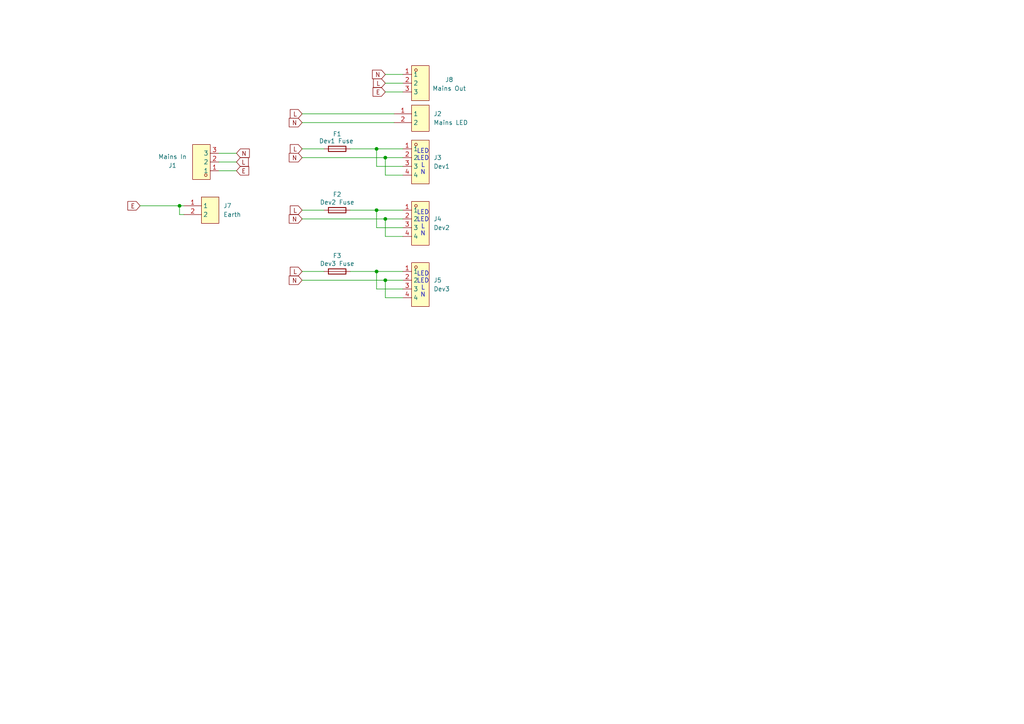
<source format=kicad_sch>
(kicad_sch (version 20250114) (generator "eeschema") (generator_version "9.0")
  (paper "A4")
  (lib_symbols
    (symbol "Device:Fuse" (pin_numbers (hide yes)) (pin_names (offset 0))
      (property "Reference" "F" (at 2.032 0 90))
      (property "Value" "Fuse" (at -1.905 0 90))
      (symbol "Fuse_0_1"
        (rectangle (start -0.762 -2.54) (end 0.762 2.54) (stroke (width 0.254)))
        (polyline (pts (xy 0 2.54) (xy 0 -2.54)))
      )
      (symbol "Fuse_1_1"
        (pin passive line (at 0 3.81 270) (length 1.27) (name "~") (number "1"))
        (pin passive line (at 0 -3.81 90) (length 1.27) (name "~") (number "2"))
      )
    )
    (symbol "parts:DB128L-5.08-4P-GN-S"
      (property "Reference" "CN" (at 0 8.89 0))
      (property "Value" "DB128L-5.08-4P-GN-S" (at 0 -8.89 0))
      (symbol "DB128L-5.08-4P-GN-S_0_1"
        (rectangle (start -2.54 6.35) (end 2.54 -6.35) (fill (type background)))
        (circle (center -1.27 5.08) (radius 0.38))
        (pin unspecified line (at -5.08 3.81 0) (length 2.54) (name "1") (number "1"))
        (pin unspecified line (at -5.08 1.27 0) (length 2.54) (name "2") (number "2"))
        (pin unspecified line (at -5.08 -1.27 0) (length 2.54) (name "3") (number "3"))
        (pin unspecified line (at -5.08 -3.81 0) (length 2.54) (name "4") (number "4"))
      )
    )
    (symbol "parts:KF635-6.35-3P"
      (property "Reference" "U" (at 0 7.62 0))
      (property "Value" "KF635-6.35-3P" (at 0 -7.62 0))
      (symbol "KF635-6.35-3P_0_1"
        (rectangle (start -2.54 5.08) (end 2.54 -5.08) (fill (type background)))
        (circle (center -1.27 3.81) (radius 0.38))
        (pin unspecified line (at -5.08 2.54 0) (length 2.54) (name "1") (number "1"))
        (pin unspecified line (at -5.08 0 0) (length 2.54) (name "2") (number "2"))
        (pin unspecified line (at -5.08 -2.54 0) (length 2.54) (name "3") (number "3"))
      )
    )
    (symbol "parts:WJ500V-5.08-2P-14-00A"
      (property "Reference" "P" (at 0 0 0))
      (property "Value" "WJ500V-5.08-2P-14-00A" (at 0 -10.16 0))
      (symbol "WJ500V-5.08-2P-14-00A_0_1"
        (rectangle (start -3.81 5.08) (end 3.81 0) (fill (type background)))
        (pin unspecified line (at -1.27 -5.08 90) (length 5.08) (name "1") (number "1"))
        (pin unspecified line (at 1.27 -5.08 90) (length 5.08) (name "2") (number "2"))
      )
    )
  )
  (text "LED\nLED\nL\nN" (at 122.682 82.55 0) (effects (font (size 1.27 1.27))))
  (text "LED\nLED\nL\nN" (at 122.682 46.99 0) (effects (font (size 1.27 1.27))))
  (text "LED\nLED\nL\nN" (at 122.682 64.77 0) (effects (font (size 1.27 1.27))))
  (junction (at 109.22 43.18))
  (junction (at 109.22 60.96))
  (junction (at 52.07 59.69))
  (junction (at 109.22 78.74))
  (junction (at 111.76 45.72))
  (junction (at 111.76 81.28))
  (junction (at 111.76 63.5))
  (wire (pts (xy 52.07 59.69) (xy 52.07 62.23)))
  (wire (pts (xy 52.07 59.69) (xy 53.34 59.69)))
  (wire (pts (xy 87.63 33.02) (xy 114.3 33.02)))
  (wire (pts (xy 109.22 66.04) (xy 116.84 66.04)))
  (wire (pts (xy 63.5 46.99) (xy 68.58 46.99)))
  (wire (pts (xy 116.84 26.67) (xy 111.76 26.67)))
  (wire (pts (xy 109.22 43.18) (xy 109.22 48.26)))
  (wire (pts (xy 40.64 59.69) (xy 52.07 59.69)))
  (wire (pts (xy 87.63 78.74) (xy 93.98 78.74)))
  (wire (pts (xy 111.76 68.58) (xy 116.84 68.58)))
  (wire (pts (xy 109.22 78.74) (xy 109.22 83.82)))
  (wire (pts (xy 87.63 43.18) (xy 93.98 43.18)))
  (wire (pts (xy 111.76 63.5) (xy 111.76 68.58)))
  (wire (pts (xy 63.5 44.45) (xy 68.58 44.45)))
  (wire (pts (xy 109.22 60.96) (xy 109.22 66.04)))
  (wire (pts (xy 111.76 81.28) (xy 116.84 81.28)))
  (wire (pts (xy 87.63 35.56) (xy 114.3 35.56)))
  (wire (pts (xy 111.76 45.72) (xy 111.76 50.8)))
  (wire (pts (xy 87.63 63.5) (xy 111.76 63.5)))
  (wire (pts (xy 111.76 50.8) (xy 116.84 50.8)))
  (wire (pts (xy 116.84 24.13) (xy 111.76 24.13)))
  (wire (pts (xy 109.22 48.26) (xy 116.84 48.26)))
  (wire (pts (xy 87.63 60.96) (xy 93.98 60.96)))
  (wire (pts (xy 87.63 45.72) (xy 111.76 45.72)))
  (wire (pts (xy 109.22 78.74) (xy 116.84 78.74)))
  (wire (pts (xy 111.76 81.28) (xy 111.76 86.36)))
  (wire (pts (xy 101.6 60.96) (xy 109.22 60.96)))
  (wire (pts (xy 111.76 63.5) (xy 116.84 63.5)))
  (wire (pts (xy 109.22 43.18) (xy 116.84 43.18)))
  (wire (pts (xy 116.84 21.59) (xy 111.76 21.59)))
  (wire (pts (xy 101.6 78.74) (xy 109.22 78.74)))
  (wire (pts (xy 101.6 43.18) (xy 109.22 43.18)))
  (wire (pts (xy 109.22 60.96) (xy 116.84 60.96)))
  (wire (pts (xy 111.76 45.72) (xy 116.84 45.72)))
  (wire (pts (xy 111.76 86.36) (xy 116.84 86.36)))
  (wire (pts (xy 63.5 49.53) (xy 68.58 49.53)))
  (wire (pts (xy 52.07 62.23) (xy 53.34 62.23)))
  (wire (pts (xy 87.63 81.28) (xy 111.76 81.28)))
  (wire (pts (xy 109.22 83.82) (xy 116.84 83.82)))
  (global_label "L" (shape input) (at 68.58 46.99 0) (property "Intersheetrefs" "${INTERSHEET_REFS}" (effects (hide yes))))
  (global_label "E" (shape input) (at 68.58 49.53 0) (property "Intersheetrefs" "${INTERSHEET_REFS}" (effects (hide yes))))
  (global_label "L" (shape input) (at 87.63 43.18 180) (property "Intersheetrefs" "${INTERSHEET_REFS}" (effects (hide yes))))
  (global_label "L" (shape input) (at 87.63 60.96 180) (property "Intersheetrefs" "${INTERSHEET_REFS}" (effects (hide yes))))
  (global_label "N" (shape input) (at 87.63 45.72 180) (property "Intersheetrefs" "${INTERSHEET_REFS}" (effects (hide yes))))
  (global_label "L" (shape input) (at 87.63 33.02 180) (property "Intersheetrefs" "${INTERSHEET_REFS}" (effects (hide yes))))
  (global_label "E" (shape input) (at 111.76 26.67 180) (property "Intersheetrefs" "${INTERSHEET_REFS}" (effects (hide yes))))
  (global_label "L" (shape input) (at 111.76 24.13 180) (property "Intersheetrefs" "${INTERSHEET_REFS}" (effects (hide yes))))
  (global_label "N" (shape input) (at 87.63 81.28 180) (property "Intersheetrefs" "${INTERSHEET_REFS}" (effects (hide yes))))
  (global_label "N" (shape input) (at 87.63 35.56 180) (property "Intersheetrefs" "${INTERSHEET_REFS}" (effects (hide yes))))
  (global_label "E" (shape input) (at 40.64 59.69 180) (property "Intersheetrefs" "${INTERSHEET_REFS}" (effects (hide yes))))
  (global_label "L" (shape input) (at 87.63 78.74 180) (property "Intersheetrefs" "${INTERSHEET_REFS}" (effects (hide yes))))
  (global_label "N" (shape input) (at 111.76 21.59 180) (property "Intersheetrefs" "${INTERSHEET_REFS}" (effects (hide yes))))
  (global_label "N" (shape input) (at 68.58 44.45 0) (property "Intersheetrefs" "${INTERSHEET_REFS}" (effects (hide yes))))
  (global_label "N" (shape input) (at 87.63 63.5 180) (property "Intersheetrefs" "${INTERSHEET_REFS}" (effects (hide yes))))
  (symbol (lib_id "parts:WJ500V-5.08-2P-14-00A") (at 58.42 60.96 270) (unit 1)
    (property "Reference" "J7" (at 64.77 59.6899 90) (effects (justify left)))
    (property "Value" "Earth" (at 64.77 62.2299 90) (effects (justify left)))
    (property "Footprint" "parts:CONN-TH_2P-P5.00_WJ500V-5.08-2P" (effects (hide yes)))
    (property "Datasheet" "https://lcsc.com/product-detail/Terminal-Blocks_WJ500V-5-08-2P_C8465.html" (effects (hide yes)))
    (property "LCSC Part" "C8465" (effects (hide yes)))
  )
  (symbol (lib_id "parts:KF635-6.35-3P") (at 121.92 24.13 0) (unit 1)
    (property "Reference" "J8" (at 130.302 23.114 0))
    (property "Value" "Mains Out" (at 130.302 25.654 0))
    (property "Footprint" "parts:CONN-TH_3P-P6.35_KF635-6.35-3P" (effects (hide yes)))
    (property "Datasheet" "https://lcsc.com/product-detail/New-Quadratic-Unclassified-Data_Cixi-Kefa-Elec-KF635-6-35-3P_C475103.html" (effects (hide yes)))
    (property "LCSC Part" "C475103" (effects (hide yes)))
  )
  (symbol (lib_id "Device:Fuse") (at 97.79 60.96 90) (unit 1)
    (property "Reference" "F2" (at 97.79 56.388 90))
    (property "Value" "Dev2 Fuse" (at 97.79 58.674 90))
    (property "Footprint" "parts:FUSE-TH_L24.8-W9.8-P22.60" (effects (hide yes)))
    (property "Description" "Fuse" (effects (hide yes)))
  )
  (symbol (lib_id "parts:DB128L-5.08-4P-GN-S") (at 121.92 64.77 0) (unit 1)
    (property "Reference" "J4" (at 125.73 63.4999 0) (effects (justify left)))
    (property "Value" "Dev2" (at 125.73 66.0399 0) (effects (justify left)))
    (property "Footprint" "parts:CONN-TH_4P_DB128L-5.08-4P-GN-S" (effects (hide yes)))
    (property "LCSC Part" "C2827883" (effects (hide yes)))
  )
  (symbol (lib_id "parts:KF635-6.35-3P") (at 58.42 46.99 180) (unit 1)
    (property "Reference" "J1" (at 50.038 48.006 0))
    (property "Value" "Mains In" (at 50.038 45.466 0))
    (property "Footprint" "parts:CONN-TH_3P-P6.35_KF635-6.35-3P" (effects (hide yes)))
    (property "Datasheet" "https://lcsc.com/product-detail/New-Quadratic-Unclassified-Data_Cixi-Kefa-Elec-KF635-6-35-3P_C475103.html" (effects (hide yes)))
    (property "LCSC Part" "C475103" (effects (hide yes)))
  )
  (symbol (lib_id "Device:Fuse") (at 97.79 43.18 90) (unit 1)
    (property "Reference" "F1" (at 97.79 38.862 90))
    (property "Value" "Dev1 Fuse" (at 97.536 40.894 90))
    (property "Footprint" "parts:FUSE-TH_L24.8-W9.8-P22.60" (effects (hide yes)))
    (property "Description" "Fuse" (effects (hide yes)))
  )
  (symbol (lib_id "parts:DB128L-5.08-4P-GN-S") (at 121.92 82.55 0) (unit 1)
    (property "Reference" "J5" (at 125.73 81.2799 0) (effects (justify left)))
    (property "Value" "Dev3" (at 125.73 83.8199 0) (effects (justify left)))
    (property "Footprint" "parts:CONN-TH_4P_DB128L-5.08-4P-GN-S" (effects (hide yes)))
    (property "LCSC Part" "C2827883" (effects (hide yes)))
  )
  (symbol (lib_id "parts:DB128L-5.08-4P-GN-S") (at 121.92 46.99 0) (unit 1)
    (property "Reference" "J3" (at 125.73 45.7199 0) (effects (justify left)))
    (property "Value" "Dev1" (at 125.73 48.2599 0) (effects (justify left)))
    (property "Footprint" "parts:CONN-TH_4P_DB128L-5.08-4P-GN-S" (effects (hide yes)))
    (property "LCSC Part" "C2827883" (effects (hide yes)))
  )
  (symbol (lib_id "Device:Fuse") (at 97.79 78.74 90) (unit 1)
    (property "Reference" "F3" (at 97.79 74.168 90))
    (property "Value" "Dev3 Fuse" (at 97.79 76.454 90))
    (property "Footprint" "parts:FUSE-TH_L24.8-W9.8-P22.60" (effects (hide yes)))
    (property "Description" "Fuse" (effects (hide yes)))
  )
  (symbol (lib_id "parts:WJ500V-5.08-2P-14-00A") (at 119.38 34.29 270) (unit 1)
    (property "Reference" "J2" (at 125.73 33.0199 90) (effects (justify left)))
    (property "Value" "Mains LED" (at 125.73 35.5599 90) (effects (justify left)))
    (property "Footprint" "parts:CONN-TH_2P-P5.00_WJ500V-5.08-2P" (effects (hide yes)))
    (property "Datasheet" "https://lcsc.com/product-detail/Terminal-Blocks_WJ500V-5-08-2P_C8465.html" (effects (hide yes)))
    (property "LCSC Part" "C8465" (effects (hide yes)))
  )
)
</source>
